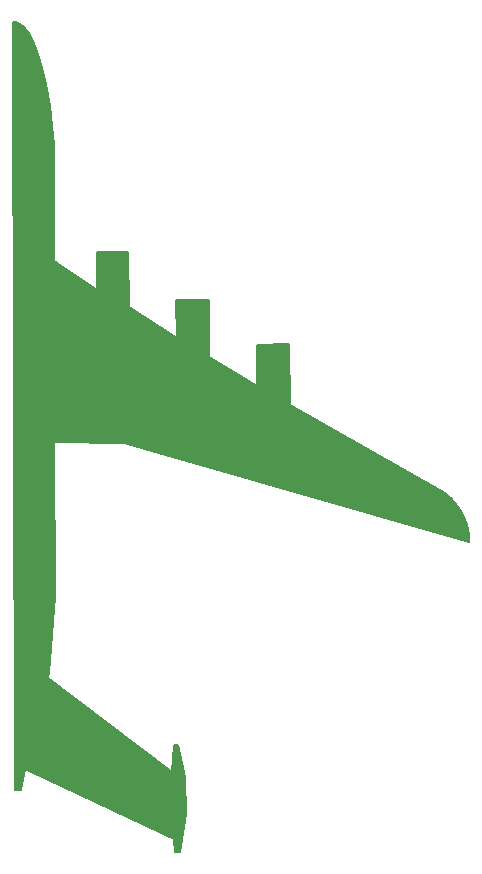
<source format=gbr>
%TF.GenerationSoftware,KiCad,Pcbnew,(6.99.0-2103-gdc6c27b686)*%
%TF.CreationDate,2022-06-22T12:37:10-05:00*%
%TF.ProjectId,an225,616e3232-352e-46b6-9963-61645f706362,rev?*%
%TF.SameCoordinates,Original*%
%TF.FileFunction,Legend,Top*%
%TF.FilePolarity,Positive*%
%FSLAX46Y46*%
G04 Gerber Fmt 4.6, Leading zero omitted, Abs format (unit mm)*
G04 Created by KiCad (PCBNEW (6.99.0-2103-gdc6c27b686)) date 2022-06-22 12:37:10*
%MOMM*%
%LPD*%
G01*
G04 APERTURE LIST*
%ADD10C,0.200000*%
G04 APERTURE END LIST*
D10*
G36*
X137925621Y-54787173D02*
G01*
X138166970Y-54876637D01*
X138397173Y-55019348D01*
X138616448Y-55211496D01*
X138825014Y-55449273D01*
X139023091Y-55728869D01*
X139210898Y-56046475D01*
X139388655Y-56398281D01*
X139714893Y-57189261D01*
X140003560Y-58071333D01*
X140256410Y-59014026D01*
X140475196Y-59986866D01*
X140661674Y-60959379D01*
X140817597Y-61901093D01*
X141044794Y-63570229D01*
X141209712Y-65198081D01*
X141209712Y-75000873D01*
X144830058Y-77451570D01*
X144830058Y-74276802D01*
X147475697Y-74276802D01*
X147503545Y-78871860D01*
X151569478Y-81545349D01*
X151541630Y-78287037D01*
X154270815Y-78287037D01*
X154326514Y-83160581D01*
X158392447Y-85611278D01*
X158336748Y-82102329D01*
X161038084Y-82074476D01*
X161177329Y-87170816D01*
X174294129Y-94662157D01*
X174383767Y-94735369D01*
X174486514Y-94825538D01*
X174619612Y-94950219D01*
X174776861Y-95108514D01*
X174952058Y-95299526D01*
X175139005Y-95522358D01*
X175331499Y-95776112D01*
X175427889Y-95914304D01*
X175523341Y-96059890D01*
X175617079Y-96212758D01*
X175708329Y-96372795D01*
X175796315Y-96539890D01*
X175880263Y-96713930D01*
X175959397Y-96894803D01*
X176032942Y-97082397D01*
X176100123Y-97276600D01*
X176160166Y-97477299D01*
X176212294Y-97684382D01*
X176255733Y-97897737D01*
X176289708Y-98117253D01*
X176313443Y-98342815D01*
X176326164Y-98574314D01*
X176327095Y-98811636D01*
X147085814Y-90429132D01*
X141181863Y-90373434D01*
X141237561Y-103462393D01*
X141007809Y-106550133D01*
X140814608Y-108855060D01*
X140725840Y-109744320D01*
X140652737Y-110285360D01*
X151123899Y-118305826D01*
X151374538Y-115966524D01*
X151708722Y-115966524D01*
X152265698Y-118723558D01*
X152321395Y-121814775D01*
X151820117Y-125017389D01*
X151458084Y-125045236D01*
X151374538Y-123931291D01*
X138731166Y-118055185D01*
X138341283Y-119781816D01*
X137855145Y-119793382D01*
X137672905Y-54754765D01*
X137925621Y-54787173D01*
G37*
X137925621Y-54787173D02*
X138166970Y-54876637D01*
X138397173Y-55019348D01*
X138616448Y-55211496D01*
X138825014Y-55449273D01*
X139023091Y-55728869D01*
X139210898Y-56046475D01*
X139388655Y-56398281D01*
X139714893Y-57189261D01*
X140003560Y-58071333D01*
X140256410Y-59014026D01*
X140475196Y-59986866D01*
X140661674Y-60959379D01*
X140817597Y-61901093D01*
X141044794Y-63570229D01*
X141209712Y-65198081D01*
X141209712Y-75000873D01*
X144830058Y-77451570D01*
X144830058Y-74276802D01*
X147475697Y-74276802D01*
X147503545Y-78871860D01*
X151569478Y-81545349D01*
X151541630Y-78287037D01*
X154270815Y-78287037D01*
X154326514Y-83160581D01*
X158392447Y-85611278D01*
X158336748Y-82102329D01*
X161038084Y-82074476D01*
X161177329Y-87170816D01*
X174294129Y-94662157D01*
X174383767Y-94735369D01*
X174486514Y-94825538D01*
X174619612Y-94950219D01*
X174776861Y-95108514D01*
X174952058Y-95299526D01*
X175139005Y-95522358D01*
X175331499Y-95776112D01*
X175427889Y-95914304D01*
X175523341Y-96059890D01*
X175617079Y-96212758D01*
X175708329Y-96372795D01*
X175796315Y-96539890D01*
X175880263Y-96713930D01*
X175959397Y-96894803D01*
X176032942Y-97082397D01*
X176100123Y-97276600D01*
X176160166Y-97477299D01*
X176212294Y-97684382D01*
X176255733Y-97897737D01*
X176289708Y-98117253D01*
X176313443Y-98342815D01*
X176326164Y-98574314D01*
X176327095Y-98811636D01*
X147085814Y-90429132D01*
X141181863Y-90373434D01*
X141237561Y-103462393D01*
X141007809Y-106550133D01*
X140814608Y-108855060D01*
X140725840Y-109744320D01*
X140652737Y-110285360D01*
X151123899Y-118305826D01*
X151374538Y-115966524D01*
X151708722Y-115966524D01*
X152265698Y-118723558D01*
X152321395Y-121814775D01*
X151820117Y-125017389D01*
X151458084Y-125045236D01*
X151374538Y-123931291D01*
X138731166Y-118055185D01*
X138341283Y-119781816D01*
X137855145Y-119793382D01*
X137672905Y-54754765D01*
X137925621Y-54787173D01*
M02*

</source>
